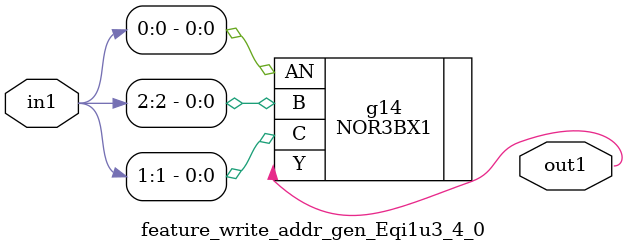
<source format=v>
`timescale 1ps / 1ps


module feature_write_addr_gen_Eqi1u3_4_0(in1, out1);
  input [2:0] in1;
  output out1;
  wire [2:0] in1;
  wire out1;
  NOR3BX1 g14(.AN (in1[0]), .B (in1[2]), .C (in1[1]), .Y (out1));
endmodule



</source>
